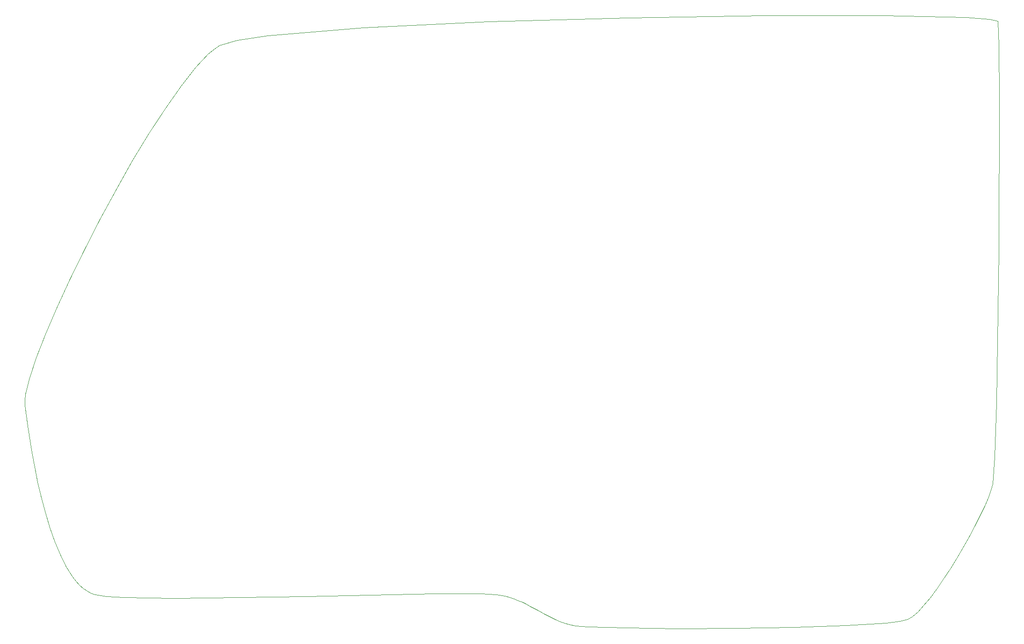
<source format=gbr>
%TF.GenerationSoftware,KiCad,Pcbnew,(6.0.11)*%
%TF.CreationDate,2023-05-19T13:45:06-07:00*%
%TF.ProjectId,suite61pcb,73756974-6536-4317-9063-622e6b696361,rev?*%
%TF.SameCoordinates,Original*%
%TF.FileFunction,Profile,NP*%
%FSLAX46Y46*%
G04 Gerber Fmt 4.6, Leading zero omitted, Abs format (unit mm)*
G04 Created by KiCad (PCBNEW (6.0.11)) date 2023-05-19 13:45:06*
%MOMM*%
%LPD*%
G01*
G04 APERTURE LIST*
%TA.AperFunction,Profile*%
%ADD10C,0.100000*%
%TD*%
G04 APERTURE END LIST*
D10*
X195240000Y-25570000D02*
X199469438Y-25877760D01*
X201005052Y-26277397D01*
X201168324Y-30768249D01*
X201240282Y-40273965D01*
X201130455Y-67727174D01*
X200715977Y-95431388D01*
X200407119Y-105250861D01*
X200037250Y-110180972D01*
X199746212Y-111238633D01*
X199262655Y-112559164D01*
X198608643Y-114099791D01*
X197806237Y-115817740D01*
X196877500Y-117670236D01*
X195844494Y-119614504D01*
X194729281Y-121607772D01*
X193553925Y-123607263D01*
X192340487Y-125570204D01*
X191111030Y-127453822D01*
X189887616Y-129215340D01*
X188692307Y-130811986D01*
X187547167Y-132200984D01*
X186474256Y-133339561D01*
X185495639Y-134184942D01*
X185048584Y-134484317D01*
X184633376Y-134694353D01*
X183182514Y-135046213D01*
X180746575Y-135354155D01*
X173491640Y-135842756D01*
X164012917Y-136169098D01*
X153454752Y-136342120D01*
X142961491Y-136370765D01*
X133677481Y-136263972D01*
X126747067Y-136030682D01*
X124522067Y-135869395D01*
X123314595Y-135679836D01*
X122509042Y-135408859D01*
X121740453Y-135113583D01*
X121003323Y-134797612D01*
X120292146Y-134464545D01*
X119601418Y-134117985D01*
X118925632Y-133761531D01*
X117596868Y-133033350D01*
X116261812Y-132308812D01*
X115578161Y-131956911D01*
X114876422Y-131616725D01*
X114151089Y-131291853D01*
X113396657Y-130985898D01*
X112607621Y-130702460D01*
X111778474Y-130445142D01*
X110158590Y-130214695D01*
X107392015Y-130082939D01*
X99056143Y-130055605D01*
X75634926Y-130526378D01*
X51712358Y-130899133D01*
X42749798Y-130749278D01*
X39575876Y-130537883D01*
X37485976Y-130215546D01*
X36750768Y-129960862D01*
X36039765Y-129584226D01*
X35352726Y-129092563D01*
X34689414Y-128492798D01*
X34049590Y-127791856D01*
X33433015Y-126996662D01*
X32839451Y-126114141D01*
X32268658Y-125151217D01*
X31194435Y-123011863D01*
X30208435Y-120633997D01*
X29308749Y-118073020D01*
X28493469Y-115384331D01*
X27760684Y-112623328D01*
X27108486Y-109845411D01*
X26534966Y-107105980D01*
X26038213Y-104460432D01*
X25267376Y-99672586D01*
X24780700Y-95925066D01*
X24771471Y-95029682D01*
X24913954Y-93896278D01*
X25622051Y-90981100D01*
X26840976Y-87310907D01*
X28506717Y-83017073D01*
X30555258Y-78230976D01*
X32922586Y-73083990D01*
X35544686Y-67707491D01*
X38357546Y-62232855D01*
X41297151Y-56791458D01*
X44299486Y-51514675D01*
X47300538Y-46533881D01*
X50236293Y-41980453D01*
X53042737Y-37985765D01*
X55655855Y-34681194D01*
X58011634Y-32198116D01*
X59073018Y-31305691D01*
X60046061Y-30667905D01*
X63200962Y-29734486D01*
X68833783Y-28886931D01*
X86055541Y-27451131D01*
X108756053Y-26363942D01*
X133980037Y-25628799D01*
X158772210Y-25249137D01*
X180177292Y-25228392D01*
X195240000Y-25570000D01*
M02*

</source>
